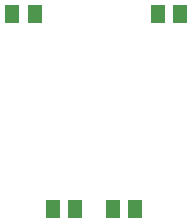
<source format=gbr>
G04 EAGLE Gerber RS-274X export*
G75*
%MOMM*%
%FSLAX34Y34*%
%LPD*%
%INSolderpaste Bottom*%
%IPPOS*%
%AMOC8*
5,1,8,0,0,1.08239X$1,22.5*%
G01*
%ADD10R,1.300000X1.500000*%


D10*
X589940Y93980D03*
X608940Y93980D03*
X659740Y93980D03*
X640740Y93980D03*
X555650Y259080D03*
X574650Y259080D03*
X697840Y259080D03*
X678840Y259080D03*
M02*

</source>
